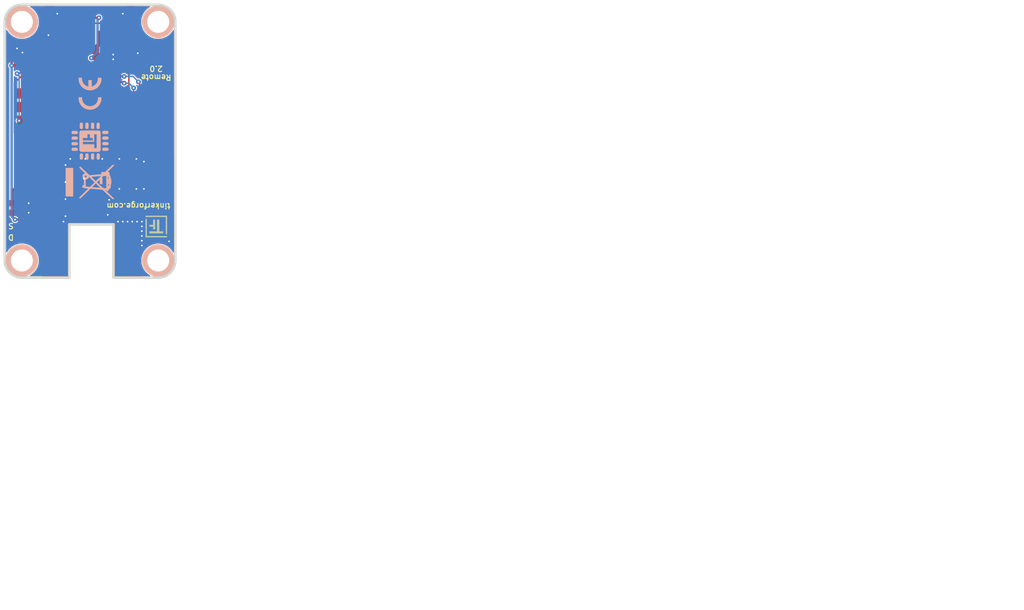
<source format=kicad_pcb>
(kicad_pcb (version 20211014) (generator pcbnew)
  (title_block (title "Remote Bricklet") (rev "2.0") (company "Tinkerforge GmbH") (comment 1 "Licensed under CERN OHL v.1.1") (comment 2 "Copyright (©) 2023, B.Nordmeyer <bastian@tinkerforge.com>"))
  (layers (0 "F.Cu" signal "Vorderseite") (31 "B.Cu" signal "Rückseite") (34 "B.Paste" user) (35 "F.Paste" user) (36 "B.SilkS" user "B.Silkscreen") (37 "F.SilkS" user "F.Silkscreen") (38 "B.Mask" user) (39 "F.Mask" user) (44 "Edge.Cuts" user))
  (net 0 "")
  (net 1 "GND")
  (net 2 "VCC")
  (net 3 "Net-(C1-Pad1)")
  (net 4 "Net-(D1-Pad2)")
  (net 5 "Net-(P1-Pad4)")
  (net 6 "Net-(P1-Pad5)")
  (net 7 "Net-(P1-Pad6)")
  (net 8 "Net-(P2-Pad2)")
  (net 9 "S-CS")
  (net 10 "S-CLK")
  (net 11 "S-MOSI")
  (net 12 "S-MISO")
  (net 13 "Net-(RP2-Pad1)")
  (net 14 "Net-(RP2-Pad2)")
  (net 15 "Net-(RP2-Pad3)")
  (net 16 "Net-(RP2-Pad4)")
  (net 17 "M-MISO")
  (net 18 "M-MOSI")
  (net 19 "M-CLK")
  (net 20 "M-CS")
  (net 21 "DIO1")
  (net 22 "DIO2")
  (net 23 "RESET")
  (net 24 "Net-(D2-Pad2)")
  (net 25 "Net-(RP3-Pad1)")
  (net 26 "Net-(RP3-Pad4)")
  (net 27 "Antenna")
  (net 28 "Net-(J1-Pad1)")
  (net 29 "Net-(P1-Pad1)")
  (net 30 "Net-(RP3-Pad2)")
  (net 31 "Net-(RP3-Pad3)")
  (net 32 "Net-(RP3-Pad6)")
  (net 33 "Net-(RP3-Pad7)")
  (net 34 "Net-(U1-Pad2)")
  (net 35 "Net-(U1-Pad3)")
  (net 36 "Net-(U1-Pad5)")
  (net 37 "Net-(U1-Pad6)")
  (net 38 "Net-(U1-Pad8)")
  (net 39 "Net-(U1-Pad14)")
  (net 40 "Net-(U1-Pad21)")
  (net 41 "Net-(U2-Pad10)")
  (net 42 "Net-(U2-Pad13)")
  (net 43 "Net-(U2-Pad14)")
  (net 44 "Net-(U2-Pad15)")
  (net 45 "Net-(U2-Pad1)")
  (footprint "kicad-libraries:DRILL_NP" (layer "F.Cu") (at 155.5 113.8 -90)
    (fp_text reference "U3" hide)
    (fp_text value "DRILL" hide)
    (pad "" np_thru_hole circle (at 0 0 270) (size 3.2 3.2) (drill 3.2) (layers F&B.Cu *.Mask) (clearance 0.89))
  )
  (footprint "kicad-libraries:DRILL_NP" (layer "F.Cu") (at 135.5 78.8 -90)
    (fp_text reference "U4" hide)
    (fp_text value "DRILL" hide)
    (pad "" np_thru_hole circle (at 0 0 270) (size 3.2 3.2) (drill 3.2) (layers F&B.Cu *.Mask) (clearance 0.89))
  )
  (footprint "kicad-libraries:DRILL_NP" (layer "F.Cu") (at 155.5 78.8 -90)
    (fp_text reference "U6" hide)
    (fp_text value "DRILL" hide)
    (pad "" np_thru_hole circle (at 0 0 270) (size 3.2 3.2) (drill 3.2) (layers F&B.Cu *.Mask) (clearance 0.89))
  )
  (footprint "kicad-libraries:DRILL_NP" (layer "F.Cu") (at 135.5 113.8 -90)
    (fp_text reference "U5" hide)
    (fp_text value "DRILL" hide)
    (pad "" np_thru_hole circle (at 0 0 270) (size 3.2 3.2) (drill 3.2) (layers F&B.Cu *.Mask) (clearance 0.89))
  )
  (footprint "Fiducial_Mark" (layer "F.Cu") (at 140.5 96.8 -90)
    (fp_text reference "Fiducial_Mark" hide)
    (fp_text value "VAL**" hide)
    (pad "1" smd circle locked (at 0 0 270) (size 1.00076 1.00076) (layers "F.Cu" "F.Mask") (clearance 0.65024))
  )
  (footprint "Fiducial_Mark" (layer "F.Cu") (at 155 83.3 -90)
    (fp_text reference "Fiducial_Mark" hide)
    (fp_text value "VAL**" hide)
    (pad "1" smd circle locked (at 0 0 270) (size 1.00076 1.00076) (layers "F.Cu" "F.Mask") (clearance 0.65024))
  )
  (footprint "Logo_31x31" (layer "F.Cu") (at 156.8 110.4 180)
    (fp_text reference "G***" hide)
    (fp_text value "Logo_31x31" hide)
  )
  (footprint "kicad-libraries:FT-004B" (layer "F.Cu") (at 145.7 116.3 180)
    (fp_text reference "ANT1")
    (fp_text value "ANT2")
    (pad "1" smd rect locked (at 0.01 10 180) (size 3 4) (layers "F.Cu" "F.Paste" "F.Mask") (net 27 "Antenna"))
    (pad "2" smd rect locked (at -5.27 3.99 180) (size 4 8) (layers "F.Cu" "F.Paste" "F.Mask") (net 1 "GND"))
    (pad "2" smd rect locked (at 5.25 3.99 180) (size 4 8) (layers "F.Cu" "F.Paste" "F.Mask") (net 1 "GND"))
  )
  (footprint "kicad-libraries:D0603F" (layer "F.Cu") (at 136.2 108.8)
    (fp_text reference "D1")
    (fp_text value "blue")
    (pad "1" smd rect locked (at -0.75 0) (size 0.9 0.9) (layers "F.Cu" "F.Paste" "F.Mask") (net 2 "VCC"))
    (pad "2" smd rect locked (at 0.75 0) (size 0.9 0.9) (layers "F.Cu" "F.Paste" "F.Mask") (net 4 "Net-(D1-Pad2)"))
  )
  (footprint "kicad-libraries:SolderJumper" (layer "F.Cu") (at 152.5 82.2 90)
    (fp_text reference "P2")
    (fp_text value "BOOT")
    (pad "1" smd rect locked (at -0.5 0 90) (size 0.4 1.4) (layers "F.Cu" "F.Mask") (net 1 "GND"))
    (pad "1" smd rect locked (at -0.225 -0.55 90) (size 0.95 0.3) (layers "F.Cu" "F.Mask") (net 1 "GND"))
    (pad "1" smd rect locked (at -0.225 0.55 90) (size 0.95 0.3) (layers "F.Cu" "F.Mask") (net 1 "GND"))
    (pad "2" smd rect locked (at 0.55 0 90) (size 0.3 1.4) (layers "F.Cu" "F.Mask") (net 8 "Net-(P2-Pad2)"))
    (pad "2" smd rect locked (at 0.15 0 90) (size 0.6 0.5) (layers "F.Cu" "F.Mask") (net 8 "Net-(P2-Pad2)"))
  )
  (footprint "kicad-libraries:QFN24-4x4mm-0.5mm" (layer "F.Cu") (at 138.5 85.1 -90)
    (fp_text reference "U1")
    (fp_text value "XMC1302-32")
    (pad "1" smd oval locked (at -2.025 -1.25 270) (size 1 0.3) (layers "F.Cu" "F.Paste" "F.Mask") (net 12 "S-MISO"))
    (pad "2" smd oval locked (at -2.025 -0.75 270) (size 1 0.3) (layers "F.Cu" "F.Paste" "F.Mask") (net 34 "Net-(U1-Pad2)"))
    (pad "3" smd oval locked (at -2.025 -0.25 270) (size 1 0.3) (layers "F.Cu" "F.Paste" "F.Mask") (net 35 "Net-(U1-Pad3)"))
    (pad "4" smd oval locked (at -2.025 0.25 270) (size 1 0.3) (layers "F.Cu" "F.Paste" "F.Mask") (net 8 "Net-(P2-Pad2)"))
    (pad "5" smd oval locked (at -2.025 0.75 270) (size 1 0.3) (layers "F.Cu" "F.Paste" "F.Mask") (net 36 "Net-(U1-Pad5)"))
    (pad "6" smd oval locked (at -2.025 1.25 270) (size 1 0.3) (layers "F.Cu" "F.Paste" "F.Mask") (net 37 "Net-(U1-Pad6)"))
    (pad "7" smd oval locked (at -1.25 2.025) (size 1 0.3) (layers "F.Cu" "F.Paste" "F.Mask") (net 28 "Net-(J1-Pad1)"))
    (pad "8" smd oval locked (at -0.75 2.025) (size 1 0.3) (layers "F.Cu" "F.Paste" "F.Mask") (net 38 "Net-(U1-Pad8)"))
    (pad "9" smd oval locked (at -0.25 2.025) (size 1 0.3) (layers "F.Cu" "F.Paste" "F.Mask") (net 1 "GND"))
    (pad "10" smd oval locked (at 0.25 2.025) (size 1 0.3) (layers "F.Cu" "F.Paste" "F.Mask") (net 2 "VCC"))
    (pad "11" smd oval locked (at 0.75 2.025) (size 1 0.3) (layers "F.Cu" "F.Paste" "F.Mask") (net 21 "DIO1"))
    (pad "12" smd oval locked (at 1.25 2.025) (size 1 0.3) (layers "F.Cu" "F.Paste" "F.Mask") (net 22 "DIO2"))
    (pad "13" smd oval locked (at 2.025 1.25 270) (size 1 0.3) (layers "F.Cu" "F.Paste" "F.Mask") (net 23 "RESET"))
    (pad "14" smd oval locked (at 2.025 0.75 270) (size 1 0.3) (layers "F.Cu" "F.Paste" "F.Mask") (net 39 "Net-(U1-Pad14)"))
    (pad "15" smd oval locked (at 2.025 0.25 270) (size 1 0.3) (layers "F.Cu" "F.Paste" "F.Mask") (net 25 "Net-(RP3-Pad1)"))
    (pad "16" smd oval locked (at 2.025 -0.25 270) (size 1 0.3) (layers "F.Cu" "F.Paste" "F.Mask") (net 26 "Net-(RP3-Pad4)"))
    (pad "17" smd oval locked (at 2.025 -0.75 270) (size 1 0.3) (layers "F.Cu" "F.Paste" "F.Mask") (net 17 "M-MISO"))
    (pad "18" smd oval locked (at 2.025 -1.25 270) (size 1 0.3) (layers "F.Cu" "F.Paste" "F.Mask") (net 18 "M-MOSI"))
    (pad "19" smd oval locked (at 1.25 -2.025) (size 1 0.3) (layers "F.Cu" "F.Paste" "F.Mask") (net 19 "M-CLK"))
    (pad "20" smd oval locked (at 0.75 -2.025) (size 1 0.3) (layers "F.Cu" "F.Paste" "F.Mask") (net 20 "M-CS"))
    (pad "21" smd oval locked (at 0.25 -2.025) (size 1 0.3) (layers "F.Cu" "F.Paste" "F.Mask") (net 40 "Net-(U1-Pad21)"))
    (pad "22" smd oval locked (at -0.25 -2.025) (size 1 0.3) (layers "F.Cu" "F.Paste" "F.Mask") (net 9 "S-CS"))
    (pad "23" smd oval locked (at -0.75 -2.025) (size 1 0.3) (layers "F.Cu" "F.Paste" "F.Mask") (net 10 "S-CLK"))
    (pad "24" smd oval locked (at -1.25 -2.025) (size 1 0.3) (layers "F.Cu" "F.Paste" "F.Mask") (net 11 "S-MOSI"))
    (pad "EXP" smd rect locked (at 0.65 -0.65 270) (size 1.3 1.3) (layers "F.Cu" "F.Paste" "F.Mask") (net 1 "GND"))
    (pad "EXP" smd rect locked (at 0.65 0.65 270) (size 1.3 1.3) (layers "F.Cu" "F.Paste" "F.Mask") (net 1 "GND"))
    (pad "EXP" smd rect locked (at -0.65 0.65 270) (size 1.3 1.3) (layers "F.Cu" "F.Paste" "F.Mask") (net 1 "GND"))
    (pad "EXP" smd rect locked (at -0.65 -0.65 270) (size 1.3 1.3) (layers "F.Cu" "F.Paste" "F.Mask") (net 1 "GND"))
  )
  (footprint "kicad-libraries:D0603F" (layer "F.Cu") (at 136.2 110.4)
    (fp_text reference "D2")
    (fp_text value "green")
    (pad "1" smd rect locked (at -0.75 0) (size 0.9 0.9) (layers "F.Cu" "F.Paste" "F.Mask") (net 2 "VCC"))
    (pad "2" smd rect locked (at 0.75 0) (size 0.9 0.9) (layers "F.Cu" "F.Paste" "F.Mask") (net 24 "Net-(D2-Pad2)"))
  )
  (footprint "kicad-libraries:RFM69HW" (layer "F.Cu") (at 145.9 96.3)
    (fp_text reference "U2")
    (fp_text value "RFM69HW")
    (pad "1" smd rect locked (at 9.5 -7 180) (size 3.2 1.5) (layers "F.Cu" "F.Paste" "F.Mask") (net 45 "Net-(U2-Pad1)"))
    (pad "2" smd rect locked (at 9.5 -5 180) (size 3.2 1.5) (layers "F.Cu" "F.Paste" "F.Mask") (net 13 "Net-(RP2-Pad1)"))
    (pad "3" smd rect locked (at 9.5 -3 180) (size 3.2 1.5) (layers "F.Cu" "F.Paste" "F.Mask") (net 15 "Net-(RP2-Pad3)"))
    (pad "4" smd rect locked (at 9.5 -1 180) (size 3.2 1.5) (layers "F.Cu" "F.Paste" "F.Mask") (net 16 "Net-(RP2-Pad4)"))
    (pad "5" smd rect locked (at 9.5 1 180) (size 3.2 1.5) (layers "F.Cu" "F.Paste" "F.Mask") (net 14 "Net-(RP2-Pad2)"))
    (pad "6" smd rect locked (at 9.5 3 180) (size 3.2 1.5) (layers "F.Cu" "F.Paste" "F.Mask") (net 1 "GND"))
    (pad "7" smd rect locked (at 9.5 5 180) (size 3.2 1.5) (layers "F.Cu" "F.Paste" "F.Mask") (net 27 "Antenna"))
    (pad "8" smd rect locked (at 9.5 7 180) (size 3.2 1.5) (layers "F.Cu" "F.Paste" "F.Mask") (net 1 "GND"))
    (pad "9" smd rect locked (at -9.5 -7) (size 3.2 1.5) (layers "F.Cu" "F.Paste" "F.Mask") (net 23 "RESET"))
    (pad "10" smd rect locked (at -9.5 -5) (size 3.2 1.5) (layers "F.Cu" "F.Paste" "F.Mask") (net 41 "Net-(U2-Pad10)"))
    (pad "11" smd rect locked (at -9.5 -3) (size 3.2 1.5) (layers "F.Cu" "F.Paste" "F.Mask") (net 21 "DIO1"))
    (pad "12" smd rect locked (at -9.5 -1) (size 3.2 1.5) (layers "F.Cu" "F.Paste" "F.Mask") (net 22 "DIO2"))
    (pad "13" smd rect locked (at -9.5 1) (size 3.2 1.5) (layers "F.Cu" "F.Paste" "F.Mask") (net 42 "Net-(U2-Pad13)"))
    (pad "14" smd rect locked (at -9.5 3) (size 3.2 1.5) (layers "F.Cu" "F.Paste" "F.Mask") (net 43 "Net-(U2-Pad14)"))
    (pad "15" smd rect locked (at -9.5 5) (size 3.2 1.5) (layers "F.Cu" "F.Paste" "F.Mask") (net 44 "Net-(U2-Pad15)"))
    (pad "16" smd rect locked (at -9.5 7) (size 3.2 1.5) (layers "F.Cu" "F.Paste" "F.Mask") (net 2 "VCC"))
  )
  (footprint "kicad-libraries:DEBUG_PAD" (layer "F.Cu") (at 136 82.4 -90)
    (fp_text reference "J1")
    (fp_text value "Debug")
    (pad "1" smd circle locked (at 0 0 270) (size 0.7 0.7) (layers "F.Cu" "F.Paste" "F.Mask") (net 28 "Net-(J1-Pad1)"))
  )
  (footprint "kicad-libraries:C0402F" (layer "F.Cu") (at 139.9 81.6 180)
    (fp_text reference "C1")
    (fp_text value "220pF")
    (pad "1" smd rect locked (at -0.5 0 180) (size 0.6 0.7) (layers "F.Cu" "F.Paste" "F.Mask") (net 3 "Net-(C1-Pad1)"))
    (pad "2" smd rect locked (at 0.5 0 180) (size 0.6 0.7) (layers "F.Cu" "F.Paste" "F.Mask") (net 1 "GND"))
  )
  (footprint "kicad-libraries:C0805" (layer "F.Cu") (at 147.3 82.9)
    (fp_text reference "C2")
    (fp_text value "10uF")
    (pad "1" smd rect locked (at -1.00076 0) (size 1.00076 1.24968) (layers "F.Cu" "F.Paste" "F.Mask") (net 2 "VCC") (clearance 0.14986))
    (pad "2" smd rect locked (at 1.00076 0) (size 1.00076 1.24968) (layers "F.Cu" "F.Paste" "F.Mask") (net 1 "GND") (clearance 0.14986))
  )
  (footprint "kicad-libraries:C0603F" (layer "F.Cu") (at 147.3 84.1)
    (fp_text reference "C3")
    (fp_text value "1uF")
    (pad "1" smd rect locked (at -0.75 0) (size 0.9 0.9) (layers "F.Cu" "F.Paste" "F.Mask") (net 2 "VCC"))
    (pad "2" smd rect locked (at 0.75 0) (size 0.9 0.9) (layers "F.Cu" "F.Paste" "F.Mask") (net 1 "GND"))
  )
  (footprint "kicad-libraries:C0603F" (layer "F.Cu") (at 134.8 84.4 90)
    (fp_text reference "C4")
    (fp_text value "100nF")
    (pad "1" smd rect locked (at -0.75 0 90) (size 0.9 0.9) (layers "F.Cu" "F.Paste" "F.Mask") (net 2 "VCC"))
    (pad "2" smd rect locked (at 0.75 0 90) (size 0.9 0.9) (layers "F.Cu" "F.Paste" "F.Mask") (net 1 "GND"))
  )
  (footprint "kicad-libraries:C0603F" (layer "F.Cu") (at 134.9 106.8 180)
    (fp_text reference "C5")
    (fp_text value "1µF")
    (pad "1" smd rect locked (at -0.75 0 180) (size 0.9 0.9) (layers "F.Cu" "F.Paste" "F.Mask") (net 1 "GND"))
    (pad "2" smd rect locked (at 0.75 0 180) (size 0.9 0.9) (layers "F.Cu" "F.Paste" "F.Mask") (net 2 "VCC"))
  )
  (footprint "kicad-libraries:C0603F" (layer "F.Cu") (at 134.9 105.4 180)
    (fp_text reference "C6")
    (fp_text value "100nF")
    (pad "1" smd rect locked (at -0.75 0 180) (size 0.9 0.9) (layers "F.Cu" "F.Paste" "F.Mask") (net 1 "GND"))
    (pad "2" smd rect locked (at 0.75 0 180) (size 0.9 0.9) (layers "F.Cu" "F.Paste" "F.Mask") (net 2 "VCC"))
  )
  (footprint "kicad-libraries:CON-SENSOR2" (layer "F.Cu") (at 145.5 76.4 180)
    (fp_text reference "P1")
    (fp_text value "CON-SENSOR2")
    (pad "1" smd rect locked (at -3.75 -4.6 180) (size 0.6 1.8) (layers "F.Cu" "F.Paste" "F.Mask") (net 29 "Net-(P1-Pad1)"))
    (pad "2" smd rect locked (at -2.5 -4.6 180) (size 0.6 1.8) (layers "F.Cu" "F.Paste" "F.Mask") (net 1 "GND"))
    (pad "3" smd rect locked (at -1.25 -4.6 180) (size 0.6 1.8) (layers "F.Cu" "F.Paste" "F.Mask") (net 2 "VCC"))
    (pad "4" smd rect locked (at 0 -4.6 180) (size 0.6 1.8) (layers "F.Cu" "F.Paste" "F.Mask") (net 5 "Net-(P1-Pad4)"))
    (pad "5" smd rect locked (at 1.25 -4.6 180) (size 0.6 1.8) (layers "F.Cu" "F.Paste" "F.Mask") (net 6 "Net-(P1-Pad5)"))
    (pad "6" smd rect locked (at 2.5 -4.6 180) (size 0.6 1.8) (layers "F.Cu" "F.Paste" "F.Mask") (net 7 "Net-(P1-Pad6)"))
    (pad "7" smd rect locked (at 3.75 -4.6 180) (size 0.6 1.8) (layers "F.Cu" "F.Paste" "F.Mask") (net 3 "Net-(C1-Pad1)"))
    (pad "EP" smd rect locked (at -5.9 -1.2 180) (size 1.4 2.4) (layers "F.Cu" "F.Paste" "F.Mask") (net 1 "GND"))
    (pad "EP" smd rect locked (at 5.9 -1.2 180) (size 1.4 2.4) (layers "F.Cu" "F.Paste" "F.Mask") (net 1 "GND"))
  )
  (footprint "kicad-libraries:4X0402" (layer "F.Cu") (at 143.6 83.7 180)
    (fp_text reference "RP1")
    (fp_text value "82")
    (pad "1" smd rect locked (at -0.7493 0.575) (size 0.29972 0.65) (layers "F.Cu" "F.Paste" "F.Mask") (net 5 "Net-(P1-Pad4)"))
    (pad "2" smd rect locked (at -0.24892 0.575) (size 0.29972 0.65) (layers "F.Cu" "F.Paste" "F.Mask") (net 6 "Net-(P1-Pad5)"))
    (pad "3" smd rect locked (at 0.24892 0.575) (size 0.29972 0.65) (layers "F.Cu" "F.Paste" "F.Mask") (net 7 "Net-(P1-Pad6)"))
    (pad "4" smd rect locked (at 0.7493 0.575) (size 0.29972 0.65) (layers "F.Cu" "F.Paste" "F.Mask") (net 3 "Net-(C1-Pad1)"))
    (pad "5" smd rect locked (at 0.7493 -0.575 180) (size 0.29972 0.65) (layers "F.Cu" "F.Paste" "F.Mask") (net 12 "S-MISO"))
    (pad "6" smd rect locked (at 0.24892 -0.575 180) (size 0.29972 0.65) (layers "F.Cu" "F.Paste" "F.Mask") (net 11 "S-MOSI"))
    (pad "7" smd rect locked (at -0.24892 -0.575 180) (size 0.29972 0.65) (layers "F.Cu" "F.Paste" "F.Mask") (net 10 "S-CLK"))
    (pad "8" smd rect locked (at -0.7493 -0.575 180) (size 0.29972 0.65) (layers "F.Cu" "F.Paste" "F.Mask") (net 9 "S-CS"))
  )
  (footprint "kicad-libraries:4X0603" (layer "F.Cu") (at 148.8 86.4 -90)
    (fp_text reference "RP2")
    (fp_text value "220")
    (pad "1" smd rect locked (at -1.19888 -0.8509 270) (size 0.44958 0.89916) (layers "F.Cu" "F.Paste" "F.Mask") (net 13 "Net-(RP2-Pad1)"))
    (pad "2" smd rect locked (at -0.39878 -0.8509 270) (size 0.44958 0.89916) (layers "F.Cu" "F.Paste" "F.Mask") (net 14 "Net-(RP2-Pad2)"))
    (pad "3" smd rect locked (at 0.39878 -0.8509 270) (size 0.44958 0.89916) (layers "F.Cu" "F.Paste" "F.Mask") (net 15 "Net-(RP2-Pad3)"))
    (pad "4" smd rect locked (at 1.19888 -0.8509 270) (size 0.44958 0.89916) (layers "F.Cu" "F.Paste" "F.Mask") (net 16 "Net-(RP2-Pad4)"))
    (pad "5" smd rect locked (at 1.19888 0.8509 270) (size 0.44958 0.89916) (layers "F.Cu" "F.Paste" "F.Mask") (net 17 "M-MISO"))
    (pad "6" smd rect locked (at 0.39878 0.8509 270) (size 0.44958 0.89916) (layers "F.Cu" "F.Paste" "F.Mask") (net 18 "M-MOSI"))
    (pad "7" smd rect locked (at -0.39878 0.8509 270) (size 0.44958 0.89916) (layers "F.Cu" "F.Paste" "F.Mask") (net 19 "M-CLK"))
    (pad "8" smd rect locked (at -1.19888 0.8509 270) (size 0.44958 0.89916) (layers "F.Cu" "F.Paste" "F.Mask") (net 20 "M-CS"))
  )
  (footprint "kicad-libraries:4X0603" (layer "F.Cu") (at 139.5 106)
    (fp_text reference "RP3")
    (fp_text value "1k")
    (pad "1" smd rect locked (at -1.19888 -0.8509) (size 0.44958 0.89916) (layers "F.Cu" "F.Paste" "F.Mask") (net 25 "Net-(RP3-Pad1)"))
    (pad "2" smd rect locked (at -0.39878 -0.8509) (size 0.44958 0.89916) (layers "F.Cu" "F.Paste" "F.Mask") (net 30 "Net-(RP3-Pad2)"))
    (pad "3" smd rect locked (at 0.39878 -0.8509) (size 0.44958 0.89916) (layers "F.Cu" "F.Paste" "F.Mask") (net 31 "Net-(RP3-Pad3)"))
    (pad "4" smd rect locked (at 1.19888 -0.8509) (size 0.44958 0.89916) (layers "F.Cu" "F.Paste" "F.Mask") (net 26 "Net-(RP3-Pad4)"))
    (pad "5" smd rect locked (at 1.19888 0.8509) (size 0.44958 0.89916) (layers "F.Cu" "F.Paste" "F.Mask") (net 24 "Net-(D2-Pad2)"))
    (pad "6" smd rect locked (at 0.39878 0.8509) (size 0.44958 0.89916) (layers "F.Cu" "F.Paste" "F.Mask") (net 32 "Net-(RP3-Pad6)"))
    (pad "7" smd rect locked (at -0.39878 0.8509) (size 0.44958 0.89916) (layers "F.Cu" "F.Paste" "F.Mask") (net 33 "Net-(RP3-Pad7)"))
    (pad "8" smd rect locked (at -1.19888 0.8509) (size 0.44958 0.89916) (layers "F.Cu" "F.Paste" "F.Mask") (net 4 "Net-(D1-Pad2)"))
  )
  (footprint "kicad-libraries:CE_5mm" (layer "B.Cu") (at 145.5 89.3 90)
    (fp_text reference "VAL" hide)
    (fp_text value "CE_5mm" hide)
  )
  (footprint "kicad-libraries:WEEE_7mm" (layer "B.Cu") (at 145.5 102.3 90)
    (fp_text reference "VAL" hide)
    (fp_text value "WEEE_7mm" hide)
  )
  (footprint "kicad-libraries:Logo_CoMCU" (layer "B.Cu") (at 145.5 96.3 90)
    (fp_text reference "G***" hide)
    (fp_text value "LOGO" hide)
  )
  (gr_line (start 158 78.8) (end 158 113.8) (layer "Edge.Cuts") (width 0.381))
  (gr_arc (start 133 78.8) (mid 133.732233 77.032233) (end 135.5 76.3) (layer "Edge.Cuts") (width 0.381))
  (gr_line (start 155.5 116.3) (end 148.95 116.3) (layer "Edge.Cuts") (width 0.381))
  (gr_line (start 148.95 116.3) (end 148.95 108.5) (layer "Edge.Cuts") (width 0.381))
  (gr_arc (start 158 113.8) (mid 157.267767 115.567767) (end 155.5 116.3) (layer "Edge.Cuts") (width 0.381))
  (gr_arc (start 135.5 116.3) (mid 133.732233 115.567767) (end 133 113.8) (layer "Edge.Cuts") (width 0.381))
  (gr_line (start 142.45 116.3) (end 135.5 116.3) (layer "Edge.Cuts") (width 0.381))
  (gr_line (start 148.95 108.5) (end 142.45 108.5) (layer "Edge.Cuts") (width 0.381))
  (gr_arc (start 155.5 76.3) (mid 157.267767 77.032233) (end 158 78.8) (layer "Edge.Cuts") (width 0.381))
  (gr_line (start 142.45 108.5) (end 142.45 116.3) (layer "Edge.Cuts") (width 0.381))
  (gr_line (start 155.5 76.3) (end 135.5 76.3) (layer "Edge.Cuts") (width 0.381))
  (gr_line (start 133 78.8) (end 133 113.8) (layer "Edge.Cuts") (width 0.381))
  (gr_text "tinkerforge.com" (at 152.6 105.8 180) (layer "F.SilkS") (effects (font (size 0.8 0.8))))
  (gr_text "S" (at 133.9 108.8) (layer "F.SilkS") (effects (font (size 0.8 0.8))))
  (gr_text "Remote\n2.0" (at 155.2 86.3 180) (layer "F.SilkS") (effects (font (size 0.8 0.8))))
  (gr_text "D" (at 133.9 110.4 180) (layer "F.SilkS") (effects (font (size 0.8 0.8))))
  (segment (start 148.05 81.05) (end 148 81) (width 0.35) (layer "F.Cu") (net 1))
  (segment (start 148.7 84.1) (end 148.9 84.3) (width 0.59944) (layer "F.Cu") (net 1))
  (segment (start 148.4 84.1) (end 148.9 83.6) (width 0.59944) (layer "F.Cu") (net 1))
  (segment (start 135.75 84.85) (end 135.6 84.7) (width 0.2) (layer "F.Cu") (net 1))
  (segment (start 135.6 84.7) (end 135.6 84.4) (width 0.2) (layer "F.Cu") (net 1))
  (segment (start 135.6 84.4) (end 135.05 83.85) (width 0.2) (layer "F.Cu") (net 1))
  (segment (start 135.05 83.85) (end 134.7 83.85) (width 0.2) (layer "F.Cu") (net 1))
  (segment (start 135.25 83.65) (end 135.6 83.3) (width 0.35) (layer "F.Cu") (net 1))
  (segment (start 137.45 84.85) (end 137.85 84.45) (width 0.25) (layer "F.Cu") (net 1))
  (segment (start 141.6 108.1) (end 140.7 109) (width 0.8001) (layer "F.Cu") (net 1))
  (segment (start 141.7 108.1) (end 141.9 107.9) (width 0.8001) (layer "F.Cu") (net 1))
  (segment (start 141.9 107.9) (end 141.9 107.3) (width 0.8001) (layer "F.Cu") (net 1))
  (segment (start 141.9 104.8) (end 141.9 102.3) (width 0.8001) (layer "F.Cu") (net 1))
  (segment (start 152.7 99.3) (end 152.3 98.9) (width 0.8001) (layer "F.Cu") (net 1))
  (segment (start 149.8 98.9) (end 147.3 98.9) (width 0.8001) (layer "F.Cu") (net 1))
  (segment (start 144.8 98.9) (end 142.6 98.9) (width 0.8001) (layer "F.Cu") (net 1))
  (segment (start 149.8 103.3) (end 148.3 104.8) (width 0.8001) (layer "F.Cu") (net 1))
  (segment (start 148.3 104.8) (end 148.3 104.9) (width 0.8001) (layer "F.Cu") (net 1))
  (segment (start 157 110.9) (end 157.1 111) (width 0.8001) (layer "F.Cu") (net 1))
  (segment (start 153.05 82.55) (end 152.9 82.7) (width 0.2) (layer "F.Cu") (net 1))
  (segment (start 152.9 82.7) (end 152.5 82.7) (width 0.2) (layer "F.Cu") (net 1))
  (segment (start 151.95 82.55) (end 152.1 82.7) (width 0.2) (layer "F.Cu") (net 1))
  (segment (start 152.1 82.7) (end 152.5 82.7) (width 0.2) (layer "F.Cu") (net 1))
  (segment (start 134.8 83.65) (end 135.25 83.65) (width 0.35) (layer "F.Cu") (net 1))
  (segment (start 151.4 77.6) (end 150.3 77.6) (width 0.59944) (layer "F.Cu") (net 1))
  (segment (start 136.475 84.85) (end 137.45 84.85) (width 0.25) (layer "F.Cu") (net 1))
  (segment (start 135.65 106.8) (end 136.5 106.8) (width 0.35) (layer "F.Cu") (net 1))
  (segment (start 151.7 108.1) (end 152.4 108.1) (width 0.8001) (layer "F.Cu") (net 1))
  (segment (start 153.1 108.1) (end 153.1 108.8) (width 0.8001) (layer "F.Cu") (net 1))
  (segment (start 153.1 110.9) (end 157 110.9) (width 0.8001) (layer "F.Cu") (net 1))
  (segment (start 153.4 103.3) (end 152.3 103.3) (width 0.8001) (layer "F.Cu") (net 1))
  (segment (start 153.1 109.5) (end 153.1 110.2) (width 0.8001) (layer "F.Cu") (net 1))
  (segment (start 151 108.1) (end 151.7 108.1) (width 0.8001) (layer "F.Cu") (net 1))
  (segment (start 153.4 99.3) (end 152.7 99.3) (width 0.8001) (layer "F.Cu") (net 1))
  (segment (start 148.05 84.1) (end 148.05 82.9) (width 0.59944) (layer "F.Cu") (net 1))
  (segment (start 136.475 84.85) (end 135.75 84.85) (width 0.2) (layer "F.Cu") (net 1))
  (segment (start 148.05 84.1) (end 148.7 84.1) (width 0.59944) (layer "F.Cu") (net 1))
  (segment (start 152.5 82.7) (end 152.5 83.4) (width 0.2) (layer "F.Cu") (net 1))
  (segment (start 135.65 105.4) (end 136.5 105.4) (width 0.35) (layer "F.Cu") (net 1))
  (segment (start 139.15 84.45) (end 139.15 85.75) (width 0.25) (layer "F.Cu") (net 1))
  (segment (start 134.8 83.65) (end 134.8 82.7) (width 0.35) (layer "F.Cu") (net 1))
  (segment (start 139.4 81.6) (end 139.4 80.75) (width 0.35) (layer "F.Cu") (net 1))
  (segment (start 148.05 82.9) (end 148.05 81.05) (width 0.59944) (layer "F.Cu") (net 1))
  (segment (start 153.05 82.425) (end 153.05 82.55) (width 0.2) (layer "F.Cu") (net 1))
  (segment (start 141.6 108.1) (end 141.7 108.1) (width 0.8001) (layer "F.Cu") (net 1))
  (segment (start 153.1 108.8) (end 153.1 109.5) (width 0.8001) (layer "F.Cu") (net 1))
  (segment (start 148.05 84.1) (end 148.4 84.1) (width 0.35) (layer "F.Cu") (net 1))
  (segment (start 155.4 99.3) (end 153.4 99.3) (width 0.8001) (layer "F.Cu") (net 1))
  (segment (start 149.6 108.1) (end 150.3 108.1) (width 0.8001) (layer "F.Cu") (net 1))
  (segment (start 150.3 108.1) (end 151 108.1) (width 0.8001) (layer "F.Cu") (net 1))
  (segment (start 152.4 108.1) (end 153.1 108.1) (width 0.8001) (layer "F.Cu") (net 1))
  (segment (start 140.7 112.3) (end 140.7 109) (width 0.8001) (layer "F.Cu") (net 1))
  (segment (start 153.1 110.2) (end 153.1 110.9) (width 0.8001) (layer "F.Cu") (net 1))
  (segment (start 155.4 103.3) (end 153.4 103.3) (width 0.8001) (layer "F.Cu") (net 1))
  (segment (start 151.95 82.425) (end 151.95 82.55) (width 0.2) (layer "F.Cu") (net 1))
  (segment (start 137.85 84.45) (end 139.15 84.45) (width 0.25) (layer "F.Cu") (net 1))
  (segment (start 139.15 85.75) (end 137.85 85.75) (width 0.25) (layer "F.Cu") (net 1))
  (segment (start 139.6 77.6) (end 140.7 77.6) (width 0.59944) (layer "F.Cu") (net 1))
  (segment (start 153.1 110.9) (end 153.1 111.6) (width 0.8001) (layer "F.Cu") (net 1))
  (via (at 141.9 99.8) (size 0.70104) (drill 0.24892) (layers "F.Cu" "B.Cu") (net 1))
  (via (at 153.1 109.5) (size 0.70104) (drill 0.24892) (layers "F.Cu" "B.Cu") (net 1))
  (via (at 148.3 104.9) (size 0.70104) (drill 0.24892) (layers "F.Cu" "B.Cu") (net 1))
  (via (at 148.1 107.1) (size 0.70104) (drill 0.24892) (layers "F.Cu" "B.Cu") (net 1))
  (via (at 152.3 98.9) (size 0.70104) (drill 0.24892) (layers "F.Cu" "B.Cu") (net 1))
  (via (at 136.5 105.4) (size 0.70104) (drill 0.24892) (layers "F.Cu" "B.Cu") (net 1))
  (via (at 149.8 103.3) (size 0.70104) (drill 0.24892) (layers "F.Cu" "B.Cu") (net 1))
  (via (at 152.4 108.1) (size 0.70104) (drill 0.24892) (layers "F.Cu" "B.Cu") (net 1))
  (via (at 141.6 108.1) (size 0.70104) (drill 0.24892) (layers "F.Cu" "B.Cu") (net 1))
  (via (at 139.4 80.75) (size 0.70104) (drill 0.24892) (layers "F.Cu" "B.Cu") (net 1))
  (via (at 142.6 98.9) (size 0.70104) (drill 0.24892) (layers "F.Cu" "B.Cu") (net 1))
  (via (at 140.7 77.6) (size 0.70104) (drill 0.24892) (layers "F.Cu" "B.Cu") (net 1))
  (via (at 144.8 98.9) (size 0.70104) (drill 0.24892) (layers "F.Cu" "B.Cu") (net 1))
  (via (at 152.5 83.4) (size 0.70104) (drill 0.24892) (layers "F.Cu" "B.Cu") (net 1))
  (via (at 136.5 106.8) (size 0.70104) (drill 0.24892) (layers "F.Cu" "B.Cu") (net 1))
  (via (at 141.9 104.8) (size 0.70104) (drill 0.24892) (layers "F.Cu" "B.Cu") (net 1))
  (via (at 157.1 111) (size 0.70104) (drill 0.24892) (layers "F.Cu" "B.Cu") (net 1))
  (via (at 153.1 108.1) (size 0.70104) (drill 0.24892) (layers "F.Cu" "B.Cu") (net 1))
  (via (at 149.6 108.1) (size 0.70104) (drill 0.24892) (layers "F.Cu" "B.Cu") (net 1))
  (via (at 148.9 84.3) (size 0.70104) (drill 0.24892) (layers "F.Cu" "B.Cu") (net 1))
  (via (at 153.4 99.3) (size 0.70104) (drill 0.24892) (layers "F.Cu" "B.Cu") (net 1))
  (via (at 152.3 103.3) (size 0.70104) (drill 0.24892) (layers "F.Cu" "B.Cu") (net 1))
  (via (at 151.7 108.1) (size 0.70104) (drill 0.24892) (layers "F.Cu" "B.Cu") (net 1))
  (via (at 141.9 102.3) (size 0.70104) (drill 0.24892) (layers "F.Cu" "B.Cu") (net 1))
  (via (at 150.3 77.6) (size 0.70104) (drill 0.24892) (layers "F.Cu" "B.Cu") (net 1))
  (via (at 148.9 83.6) (size 0.70104) (drill 0.24892) (layers "F.Cu" "B.Cu") (net 1))
  (via (at 141.9 107.3) (size 0.70104) (drill 0.24892) (layers "F.Cu" "B.Cu") (net 1))
  (via (at 147.3 98.9) (size 0.70104) (drill 0.24892) (layers "F.Cu" "B.Cu") (net 1))
  (via (at 153.1 108.8) (size 0.70104) (drill 0.24892) (layers "F.Cu" "B.Cu") (net 1))
  (via (at 135.6 83.3) (size 0.70104) (drill 0.24892) (layers "F.Cu" "B.Cu") (net 1))
  (via (at 153.1 110.2) (size 0.70104) (drill 0.24892) (layers "F.Cu" "B.Cu") (net 1))
  (via (at 153.1 110.9) (size 0.70104) (drill 0.24892) (layers "F.Cu" "B.Cu") (net 1))
  (via (at 153.1 111.6) (size 0.70104) (drill 0.24892) (layers "F.Cu" "B.Cu") (net 1))
  (via (at 149.8 98.9) (size 0.70104) (drill 0.24892) (layers "F.Cu" "B.Cu") (net 1))
  (via (at 150.3 108.1) (size 0.70104) (drill 0.24892) (layers "F.Cu" "B.Cu") (net 1))
  (via (at 153.4 103.3) (size 0.70104) (drill 0.24892) (layers "F.Cu" "B.Cu") (net 1))
  (via (at 151 108.1) (size 0.70104) (drill 0.24892) (layers "F.Cu" "B.Cu") (net 1))
  (via (at 144.6 101.8) (size 0.70104) (drill 0.24892) (layers "F.Cu" "B.Cu") (net 1))
  (via (at 134.8 82.7) (size 0.70104) (drill 0.24892) (layers "F.Cu" "B.Cu") (net 1))
  (segment (start 141.9 107.3) (end 141.9 104.8) (width 0.8001) (layer "B.Cu") (net 1))
  (segment (start 141.9 102.3) (end 141.9 99.8) (width 0.8001) (layer "B.Cu") (net 1))
  (segment (start 152.3 98.9) (end 149.8 98.9) (width 0.8001) (layer "B.Cu") (net 1))
  (segment (start 147.3 98.9) (end 144.8 98.9) (width 0.8001) (layer "B.Cu") (net 1))
  (segment (start 152.3 103.3) (end 149.8 103.3) (width 0.8001) (layer "B.Cu") (net 1))
  (segment (start 148.3 104.9) (end 148.1 105.1) (width 0.8001) (layer "B.Cu") (net 1))
  (segment (start 148.1 105.1) (end 148.1 107.1) (width 0.8001) (layer "B.Cu") (net 1))
  (segment (start 142.6 99.8) (end 144.6 101.8) (width 0.8001) (layer "B.Cu") (net 1))
  (segment (start 141.9 99.8) (end 142.6 99.8) (width 0.8001) (layer "B.Cu") (net 1))
  (segment (start 146.75 82.15) (end 146.55 82.35) (width 0.59944) (layer "F.Cu") (net 2))
  (segment (start 146.55 82.35) (end 146.55 82.9) (width 0.59944) (layer "F.Cu") (net 2))
  (segment (start 134.15 103.55) (end 134.4 103.3) (width 0.35) (layer "F.Cu") (net 2))
  (segment (start 134.4 103.3) (end 136.4 103.3) (width 0.35) (layer "F.Cu") (net 2))
  (segment (start 134.15 107.45) (end 134.5 107.8) (width 0.35) (layer "F.Cu") (net 2))
  (segment (start 135.45 108.05) (end 135.2 107.8) (width 0.35) (layer "F.Cu") (net 2))
  (segment (start 135.2 107.8) (end 134.5 107.8) (width 0.35) (layer "F.Cu") (net 2))
  (segment (start 134 82.2) (end 134.6 81.6) (width 0.35) (layer "F.Cu") (net 2))
  (segment (start 134.6 81.6) (end 136.7 81.6) (width 0.35) (layer "F.Cu") (net 2))
  (segment (start 136.7 81.6) (end 138.9 79.4) (width 0.35) (layer "F.Cu") (net 2))
  (segment (start 138.9 79.4) (end 140.6 79.4) (width 0.35) (layer "F.Cu") (net 2))
  (segment (start 140.6 79.4) (end 141.8 78.2) (width 0.35) (layer "F.Cu") (net 2))
  (segment (start 141.8 78.2) (end 146.8 78.2) (width 0.35) (layer "F.Cu") (net 2))
  (segment (start 145.7 84.1) (end 146.55 84.1) (width 0.59944) (layer "F.Cu") (net 2))
  (segment (start 135.35 85.35) (end 134.7 85.35) (width 0.2) (layer "F.Cu") (net 2))
  (segment (start 134.05 85.15) (end 134 85.2) (width 0.35) (layer "F.Cu") (net 2))
  (segment (start 146.75 81) (end 146.75 82.15) (width 0.59944) (layer "F.Cu") (net 2))
  (segment (start 136.475 85.35) (end 135.35 85.35) (width 0.2) (layer "F.Cu") (net 2))
  (segment (start 134.15 107.45) (end 134.15 106.8) (width 0.35) (layer "F.Cu") (net 2))
  (segment (start 146.55 82.9) (end 146.55 84.1) (width 0.59944) (layer "F.Cu") (net 2))
  (segment (start 134.15 105.4) (end 134.15 103.55) (width 0.35) (layer "F.Cu") (net 2))
  (segment (start 135.45 110.4) (end 135.45 108.8) (width 0.35) (layer "F.Cu") (net 2))
  (segment (start 134 85.2) (end 134 82.2) (width 0.35) (layer "F.Cu") (net 2))
  (segment (start 134.15 106.8) (end 134.15 105.4) (width 0.35) (layer "F.Cu") (net 2))
  (segment (start 134.8 85.15) (end 134.05 85.15) (width 0.35) (layer "F.Cu") (net 2))
  (segment (start 135.45 108.8) (end 135.45 108.05) (width 0.35) (layer "F.Cu") (net 2))
  (via (at 145.7 84.1) (size 0.70104) (drill 0.24892) (layers "F.Cu" "B.Cu") (net 2))
  (via (at 134.5 107.8) (size 0.70104) (drill 0.24892) (layers "F.Cu" "B.Cu") (net 2))
  (via (at 146.8 78.2) (size 0.70104) (drill 0.24892) (layers "F.Cu" "B.Cu") (net 2))
  (via (at 134 85.2) (size 0.70104) (drill 0.24892) (layers "F.Cu" "B.Cu") (net 2))
  (segment (start 146.8 78.2) (end 146.6 78.4) (width 0.35) (layer "B.Cu") (net 2))
  (segment (start 146.6 78.4) (end 146.6 83.2) (width 0.35) (layer "B.Cu") (net 2))
  (segment (start 146.6 83.2) (end 145.7 84.1) (width 0.35) (layer "B.Cu") (net 2))
  (segment (start 134 107.3) (end 134.5 107.8) (width 0.35) (layer "B.Cu") (net 2))
  (segment (start 134 85.2) (end 134 107.3) (width 0.35) (layer "B.Cu") (net 2))
  (segment (start 142.8507 82.9507) (end 142.3 82.4) (width 0.2) (layer "F.Cu") (net 3))
  (segment (start 142.3 82.4) (end 141 82.4) (width 0.2) (layer "F.Cu") (net 3))
  (segment (start 141 82.4) (end 140.55 81.95) (width 0.2) (layer "F.Cu") (net 3))
  (segment (start 140.55 81.95) (end 140.55 81.6) (width 0.2) (layer "F.Cu") (net 3))
  (segment (start 141.7 81) (end 141.1 81.6) (width 0.2) (layer "F.Cu") (net 3))
  (segment (start 141.1 81.6) (end 140.55 81.6) (width 0.2) (layer "F.Cu") (net 3))
  (segment (start 142.8507 83.125) (end 142.8507 82.9507) (width 0.2) (layer "F.Cu") (net 3))
  (segment (start 141.75 81) (end 141.7 81) (width 0.2) (layer "F.Cu") (net 3))
  (segment (start 136.95 108.65) (end 138.30112 107.29888) (width 0.2) (layer "F.Cu") (net 4))
  (segment (start 138.30112 107.29888) (end 138.30112 106.8509) (width 0.2) (layer "F.Cu") (net 4))
  (segment (start 136.95 108.8) (end 136.95 108.65) (width 0.2) (layer "F.Cu") (net 4))
  (segment (start 145.5 81.7) (end 144.3493 82.8507) (width 0.2) (layer "F.Cu") (net 5))
  (segment (start 144.3493 82.8507) (end 144.3493 83.125) (width 0.2) (layer "F.Cu") (net 5))
  (segment (start 145.5 81) (end 145.5 81.7) (width 0.2) (layer "F.Cu") (net 5))
  (segment (start 143.84892 82.55108) (end 144.25 82.15) (width 0.2) (layer "F.Cu") (net 6))
  (segment (start 144.25 82.15) (end 144.25 81) (width 0.2) (layer "F.Cu") (net 6))
  (segment (start 143.84892 83.125) (end 143.84892 82.55108) (width 0.2) (layer "F.Cu") (net 6))
  (segment (start 143.35108 82.65108) (end 143 82.3) (width 0.2) (layer "F.Cu") (net 7))
  (segment (start 143 82.3) (end 143 81) (width 0.2) (layer "F.Cu") (net 7))
  (segment (start 143.35108 83.125) (end 143.35108 82.65108) (width 0.2) (layer "F.Cu") (net 7))
  (segment (start 138.25 81.05) (end 139.2 80.1) (width 0.2) (layer "F.Cu") (net 8))
  (segment (start 139.2 80.1) (end 140.8 80.1) (width 0.2) (layer "F.Cu") (net 8))
  (segment (start 140.8 80.1) (end 141.9 79) (width 0.2) (layer "F.Cu") (net 8))
  (segment (start 141.9 79) (end 149.8 79) (width 0.2) (layer "F.Cu") (net 8))
  (segment (start 149.8 79) (end 150.8 80) (width 0.2) (layer "F.Cu") (net 8))
  (segment (start 150.8 80) (end 151.9 80) (width 0.2) (layer "F.Cu") (net 8))
  (segment (start 151.9 80) (end 152.5 80.6) (width 0.2) (layer "F.Cu") (net 8))
  (segment (start 152.5 80.6) (end 152.5 81.65) (width 0.2) (layer "F.Cu") (net 8))
  (segment (start 138.25 83.075) (end 138.25 81.05) (width 0.2) (layer "F.Cu") (net 8))
  (segment (start 152.5 81.65) (end 152.5 82.05) (width 0.2) (layer "F.Cu") (net 8))
  (segment (start 141.05 84.85) (end 142.3 86.1) (width 0.2) (layer "F.Cu") (net 9))
  (segment (start 142.3 86.1) (end 143.5 86.1) (width 0.2) (layer "F.Cu") (net 9))
  (segment (start 143.5 86.1) (end 144.3493 85.2507) (width 0.2) (layer "F.Cu") (net 9))
  (segment (start 144.3493 85.2507) (end 144.3493 84.275) (width 0.2) (layer "F.Cu") (net 9))
  (segment (start 140.525 84.85) (end 141.05 84.85) (width 0.2) (layer "F.Cu") (net 9))
  (segment (start 141.25 84.35) (end 142.5 85.6) (width 0.2) (layer "F.Cu") (net 10))
  (segment (start 142.5 85.6) (end 143.2 85.6) (width 0.2) (layer "F.Cu") (net 10))
  (segment (start 143.2 85.6) (end 143.84892 84.95108) (width 0.2) (layer "F.Cu") (net 10))
  (segment (start 143.84892 84.95108) (end 143.84892 84.275) (width 0.2) (layer "F.Cu") (net 10))
  (segment (start 140.525 84.35) (end 141.25 84.35) (width 0.2) (layer "F.Cu") (net 10))
  (segment (start 141.45 83.85) (end 142.7 85.1) (width 0.2) (layer "F.Cu") (net 11))
  (segment (start 142.7 85.1) (end 143.1 85.1) (width 0.2) (layer "F.Cu") (net 11))
  (segment (start 143.1 85.1) (end 143.35108 84.84892) (width 0.2) (layer "F.Cu") (net 11))
  (segment (start 143.35108 84.84892) (end 143.35108 84.275) (width 0.2) (layer "F.Cu") (net 11))
  (segment (start 140.525 83.85) (end 141.45 83.85) (width 0.2) (layer "F.Cu") (net 11))
  (segment (start 141.475 83.075) (end 142.675 84.275) (width 0.2) (layer "F.Cu") (net 12))
  (segment (start 142.675 84.275) (end 142.8507 84.275) (width 0.2) (layer "F.Cu") (net 12))
  (segment (start 139.75 83.075) (end 141.475 83.075) (width 0.2) (layer "F.Cu") (net 12))
  (segment (start 154.1 91.3) (end 153.3 90.5) (width 0.2) (layer "F.Cu") (net 13))
  (segment (start 153.3 90.5) (end 153.3 87.2) (width 0.2) (layer "F.Cu") (net 13))
  (segment (start 153.3 87.2) (end 151.30112 85.20112) (width 0.2) (layer "F.Cu") (net 13))
  (segment (start 151.30112 85.20112) (end 149.6509 85.20112) (width 0.2) (layer "F.Cu") (net 13))
  (segment (start 155.4 91.3) (end 154.1 91.3) (width 0.2) (layer "F.Cu") (net 13))
  (segment (start 154.3 97.3) (end 151.2 94.2) (width 0.2) (layer "F.Cu") (net 14))
  (segment (start 151.2 94.2) (end 151.2 86.4) (width 0.2) (layer "F.Cu") (net 14))
  (segment (start 151.2 86.4) (end 150.80122 86.00122) (width 0.2) (layer "F.Cu") (net 14))
  (segment (start 150.80122 86.00122) (end 149.6509 86.00122) (width 0.2) (layer "F.Cu") (net 14))
  (segment (start 155.4 97.3) (end 154.3 97.3) (width 0.2) (layer "F.Cu") (net 14))
  (segment (start 153.8 93.3) (end 152.8 92.3) (width 0.2) (layer "F.Cu") (net 15))
  (segment (start 152.8 92.3) (end 152.8 87.8) (width 0.2) (layer "F.Cu") (net 15))
  (segment (start 152.8 87.8) (end 152.6 87.6) (width 0.2) (layer "F.Cu") (net 15))
  (segment (start 150.5 86.8) (end 150.49878 86.79878) (width 0.2) (layer "F.Cu") (net 15))
  (segment (start 150.49878 86.79878) (end 149.6509 86.79878) (width 0.2) (layer "F.Cu") (net 15))
  (segment (start 155.4 93.3) (end 153.8 93.3) (width 0.2) (layer "F.Cu") (net 15))
  (via (at 150.5 86.8) (size 0.70104) (drill 0.24892) (layers "F.Cu" "B.Cu") (net 15))
  (via (at 152.6 87.6) (size 0.70104) (drill 0.24892) (layers "F.Cu" "B.Cu") (net 15))
  (segment (start 152.6 87.6) (end 151.8 86.8) (width 0.2) (layer "B.Cu") (net 15))
  (segment (start 151.8 86.8) (end 150.5 86.8) (width 0.2) (layer "B.Cu") (net 15))
  (segment (start 150.29888 87.59888) (end 150.5 87.8) (width 0.2) (layer "F.Cu") (net 16))
  (segment (start 151.9 88.5) (end 151.9 93) (width 0.2) (layer "F.Cu") (net 16))
  (segment (start 151.9 93) (end 154.2 95.3) (width 0.2) (layer "F.Cu") (net 16))
  (segment (start 154.2 95.3) (end 155.4 95.3) (width 0.2) (layer "F.Cu") (net 16))
  (segment (start 149.6509 87.59888) (end 150.29888 87.59888) (width 0.2) (layer "F.Cu") (net 16))
  (via (at 151.9 88.5) (size 0.70104) (drill 0.24892) (layers "F.Cu" "B.Cu") (net 16))
  (via (at 150.5 87.8) (size 0.70104) (drill 0.24892) (layers "F.Cu" "B.Cu") (net 16))
  (segment (start 150.5 87.8) (end 151.2 87.8) (width 0.2) (layer "B.Cu") (net 16))
  (segment (start 151.2 87.8) (end 151.9 88.5) (width 0.2) (layer "B.Cu") (net 16))
  (segment (start 139.25 87.85) (end 139.7 88.3) (width 0.2) (layer "F.Cu") (net 17))
  (segment (start 139.7 88.3) (end 146.3 88.3) (width 0.2) (layer "F.Cu") (net 17))
  (segment (start 146.3 88.3) (end 147.00112 87.59888) (width 0.2) (layer "F.Cu") (net 17))
  (segment (start 147.00112 87.59888) (end 147.9491 87.59888) (width 0.2) (layer "F.Cu") (net 17))
  (segment (start 139.25 87.125) (end 139.25 87.85) (width 0.2) (layer "F.Cu") (net 17))
  (segment (start 139.75 87.55) (end 139.9 87.7) (width 0.2) (layer "F.Cu") (net 18))
  (segment (start 139.9 87.7) (end 145.8 87.7) (width 0.2) (layer "F.Cu") (net 18))
  (segment (start 145.8 87.7) (end 146.70122 86.79878) (width 0.2) (layer "F.Cu") (net 18))
  (segment (start 146.70122 86.79878) (end 147.9491 86.79878) (width 0.2) (layer "F.Cu") (net 18))
  (segment (start 139.75 87.125) (end 139.75 87.55) (width 0.2) (layer "F.Cu") (net 18))
  (segment (start 140.95 86.35) (end 141.8 87.2) (width 0.2) (layer "F.Cu") (net 19))
  (segment (start 141.8 87.2) (end 145.3 87.2) (width 0.2) (layer "F.Cu") (net 19))
  (segment (start 145.3 87.2) (end 146.49878 86.00122) (width 0.2) (layer "F.Cu") (net 19))
  (segment (start 146.49878 86.00122) (end 147.9491 86.00122) (width 0.2) (layer "F.Cu") (net 19))
  (segment (start 140.525 86.35) (end 140.95 86.35) (width 0.2) (layer "F.Cu") (net 19))
  (segment (start 141.15 85.85) (end 142 86.7) (width 0.2) (layer "F.Cu") (net 20))
  (segment (start 142 86.7) (end 144.9 86.7) (width 0.2) (layer "F.Cu") (net 20))
  (segment (start 144.9 86.7) (end 146.39888 85.20112) (width 0.2) (layer "F.Cu") (net 20))
  (segment (start 146.39888 85.20112) (end 147.9491 85.20112) (width 0.2) (layer "F.Cu") (net 20))
  (segment (start 140.525 85.85) (end 141.15 85.85) (width 0.2) (layer "F.Cu") (net 20))
  (segment (start 135.65 85.85) (end 135.1 86.4) (width 0.2) (layer "F.Cu") (net 21))
  (segment (start 135.1 93.3) (end 136.4 93.3) (width 0.2) (layer "F.Cu") (net 21))
  (segment (start 136.475 85.85) (end 135.65 85.85) (width 0.2) (layer "F.Cu") (net 21))
  (segment (start 135.1 86.4) (end 134.8 86.4) (width 0.2) (layer "F.Cu") (net 21))
  (via (at 134.8 86.4) (size 0.70104) (drill 0.24892) (layers "F.Cu" "B.Cu") (net 21))
  (via (at 135.1 93.3) (size 0.70104) (drill 0.24892) (layers "F.Cu" "B.Cu") (net 21))
  (segment (start 135.1 86.7) (end 134.8 86.4) (width 0.2) (layer "B.Cu") (net 21))
  (segment (start 135.1 93.3) (end 135.1 86.7) (width 0.2) (layer "B.Cu") (net 21))
  (segment (start 135.85 86.35) (end 134.4 87.8) (width 0.2) (layer "F.Cu") (net 22))
  (segment (start 134.4 87.8) (end 134.4 95) (width 0.2) (layer "F.Cu") (net 22))
  (segment (start 134.4 95) (end 134.7 95.3) (width 0.2) (layer "F.Cu") (net 22))
  (segment (start 134.7 95.3) (end 136.4 95.3) (width 0.2) (layer "F.Cu") (net 22))
  (segment (start 136.475 86.35) (end 135.85 86.35) (width 0.2) (layer "F.Cu") (net 22))
  (segment (start 137.25 87.65) (end 136.4 88.5) (width 0.2) (layer "F.Cu") (net 23))
  (segment (start 136.4 88.5) (end 136.4 89.3) (width 0.2) (layer "F.Cu") (net 23))
  (segment (start 137.25 87.125) (end 137.25 87.65) (width 0.2) (layer "F.Cu") (net 23))
  (segment (start 140.69888 107.30112) (end 140.2 107.8) (width 0.2) (layer "F.Cu") (net 24))
  (segment (start 140.2 107.8) (end 138.4 107.8) (width 0.2) (layer "F.Cu") (net 24))
  (segment (start 138.4 107.8) (end 138 108.2) (width 0.2) (layer "F.Cu") (net 24))
  (segment (start 138 108.2) (end 138 109.7) (width 0.2) (layer "F.Cu") (net 24))
  (segment (start 138 109.7) (end 137.3 110.4) (width 0.2) (layer "F.Cu") (net 24))
  (segment (start 137.3 110.4) (end 136.95 110.4) (width 0.2) (layer "F.Cu") (net 24))
  (segment (start 140.69888 106.8509) (end 140.69888 107.30112) (width 0.2) (layer "F.Cu") (net 24))
  (segment (start 138.30112 88.30112) (end 138.25 88.25) (width 0.2) (layer "F.Cu") (net 25))
  (segment (start 138.25 88.25) (end 138.25 87.125) (width 0.2) (layer "F.Cu") (net 25))
  (segment (start 138.30112 105.1491) (end 138.30112 88.30112) (width 0.2) (layer "F.Cu") (net 25))
  (segment (start 138.75 88.25) (end 138.8 88.3) (width 0.2) (layer "F.Cu") (net 26))
  (segment (start 138.8 88.3) (end 138.8 103.6) (width 0.2) (layer "F.Cu") (net 26))
  (segment (start 138.8 103.6) (end 139.5 104.3) (width 0.2) (layer "F.Cu") (net 26))
  (segment (start 139.5 104.3) (end 140.4 104.3) (width 0.2) (layer "F.Cu") (net 26))
  (segment (start 140.4 104.3) (end 140.69888 104.59888) (width 0.2) (layer "F.Cu") (net 26))
  (segment (start 140.69888 104.59888) (end 140.69888 105.1491) (width 0.2) (layer "F.Cu") (net 26))
  (segment (start 138.75 87.125) (end 138.75 88.25) (width 0.2) (layer "F.Cu") (net 26))
  (segment (start 147.6 101.3) (end 145.7 103.2) (width 0.8001) (layer "F.Cu") (net 27))
  (segment (start 145.7 103.2) (end 145.7 106) (width 0.8001) (layer "F.Cu") (net 27))
  (segment (start 155.4 101.3) (end 147.6 101.3) (width 0.8001) (layer "F.Cu") (net 27))
  (segment (start 136.475 82.875) (end 136 82.4) (width 0.29972) (layer "F.Cu") (net 28))
  (segment (start 136.475 83.85) (end 136.475 82.875) (width 0.29972) (layer "F.Cu") (net 28))
  (zone (net 1) (net_name "GND") (layer "F.Cu") (connect_pads yes (clearance 0.15)) (min_thickness 0.15) (fill yes (thermal_gap 0.508) (thermal_bridge_width 0.508))
    (polygon (pts (xy 138.7 116.3) (xy 138.7 108.3) (xy 140.7 108.3) (xy 141.5 107.6) (xy 141.5 98.5) (xy 158 98.5) (xy 158 116.3)))
  )
  (zone (net 1) (net_name "GND") (layer "B.Cu") (connect_pads yes (clearance 0.15)) (min_thickness 0.15) (fill yes (thermal_gap 0.508) (thermal_bridge_width 0.508))
    (polygon (pts (xy 158 76.3) (xy 158 116.3) (xy 133 116.3) (xy 133 76.3)))
  )
)
</source>
